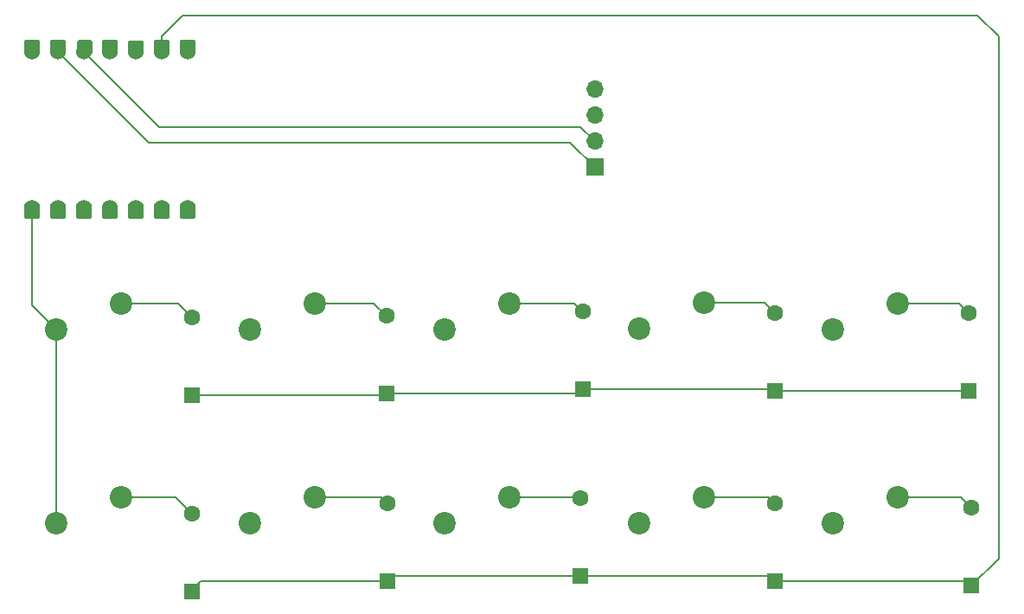
<source format=gbr>
%TF.GenerationSoftware,KiCad,Pcbnew,9.0.2*%
%TF.CreationDate,2025-07-08T09:46:19+02:00*%
%TF.ProjectId,Tastatur,54617374-6174-4757-922e-6b696361645f,rev?*%
%TF.SameCoordinates,Original*%
%TF.FileFunction,Copper,L1,Top*%
%TF.FilePolarity,Positive*%
%FSLAX46Y46*%
G04 Gerber Fmt 4.6, Leading zero omitted, Abs format (unit mm)*
G04 Created by KiCad (PCBNEW 9.0.2) date 2025-07-08 09:46:19*
%MOMM*%
%LPD*%
G01*
G04 APERTURE LIST*
G04 Aperture macros list*
%AMRoundRect*
0 Rectangle with rounded corners*
0 $1 Rounding radius*
0 $2 $3 $4 $5 $6 $7 $8 $9 X,Y pos of 4 corners*
0 Add a 4 corners polygon primitive as box body*
4,1,4,$2,$3,$4,$5,$6,$7,$8,$9,$2,$3,0*
0 Add four circle primitives for the rounded corners*
1,1,$1+$1,$2,$3*
1,1,$1+$1,$4,$5*
1,1,$1+$1,$6,$7*
1,1,$1+$1,$8,$9*
0 Add four rect primitives between the rounded corners*
20,1,$1+$1,$2,$3,$4,$5,0*
20,1,$1+$1,$4,$5,$6,$7,0*
20,1,$1+$1,$6,$7,$8,$9,0*
20,1,$1+$1,$8,$9,$2,$3,0*%
G04 Aperture macros list end*
%TA.AperFunction,ComponentPad*%
%ADD10C,2.200000*%
%TD*%
%TA.AperFunction,SMDPad,CuDef*%
%ADD11RoundRect,0.151100X-0.610900X0.604400X-0.610900X-0.604400X0.610900X-0.604400X0.610900X0.604400X0*%
%TD*%
%TA.AperFunction,ComponentPad*%
%ADD12C,1.524000*%
%TD*%
%TA.AperFunction,SMDPad,CuDef*%
%ADD13RoundRect,0.138050X-0.617950X0.552200X-0.617950X-0.552200X0.617950X-0.552200X0.617950X0.552200X0*%
%TD*%
%TA.AperFunction,SMDPad,CuDef*%
%ADD14RoundRect,0.151100X0.610900X-0.604400X0.610900X0.604400X-0.610900X0.604400X-0.610900X-0.604400X0*%
%TD*%
%TA.AperFunction,SMDPad,CuDef*%
%ADD15RoundRect,0.151100X0.644900X-0.604400X0.644900X0.604400X-0.644900X0.604400X-0.644900X-0.604400X0*%
%TD*%
%TA.AperFunction,SMDPad,CuDef*%
%ADD16RoundRect,0.138050X0.623950X-0.552200X0.623950X0.552200X-0.623950X0.552200X-0.623950X-0.552200X0*%
%TD*%
%TA.AperFunction,SMDPad,CuDef*%
%ADD17RoundRect,0.151100X0.604900X-0.604400X0.604900X0.604400X-0.604900X0.604400X-0.604900X-0.604400X0*%
%TD*%
%TA.AperFunction,SMDPad,CuDef*%
%ADD18RoundRect,0.147200X0.588800X-0.608300X0.588800X0.608300X-0.588800X0.608300X-0.588800X-0.608300X0*%
%TD*%
%TA.AperFunction,ComponentPad*%
%ADD19RoundRect,0.250000X0.550000X-0.550000X0.550000X0.550000X-0.550000X0.550000X-0.550000X-0.550000X0*%
%TD*%
%TA.AperFunction,ComponentPad*%
%ADD20C,1.600000*%
%TD*%
%TA.AperFunction,ComponentPad*%
%ADD21R,1.700000X1.700000*%
%TD*%
%TA.AperFunction,ComponentPad*%
%ADD22O,1.700000X1.700000*%
%TD*%
%TA.AperFunction,Conductor*%
%ADD23C,0.200000*%
%TD*%
G04 APERTURE END LIST*
D10*
%TO.P,SW5,1,1*%
%TO.N,Net-(D6-A)*%
X100000000Y-57000000D03*
%TO.P,SW5,2,2*%
%TO.N,COL3*%
X93650000Y-59540000D03*
%TD*%
D11*
%TO.P,U1,1,GPIO26/ADC0/A0*%
%TO.N,COL1*%
X53300000Y-47994500D03*
D12*
X53300000Y-47620000D03*
D11*
%TO.P,U1,2,GPIO27/ADC1/A1*%
%TO.N,COL2*%
X55840000Y-47994500D03*
D12*
X55840000Y-47620000D03*
D11*
%TO.P,U1,3,GPIO28/ADC2/A2*%
%TO.N,COL3*%
X58380000Y-47994500D03*
D12*
X58380000Y-47620000D03*
D13*
%TO.P,U1,4,GPIO29/ADC3/A3*%
%TO.N,COL4*%
X60926000Y-48059750D03*
D12*
X60920000Y-47620000D03*
D11*
%TO.P,U1,5,GPIO6/SDA*%
%TO.N,SDA*%
X63460000Y-47994500D03*
D12*
X63460000Y-47620000D03*
D11*
%TO.P,U1,6,GPIO7/SCL*%
%TO.N,SCl*%
X66000000Y-47994500D03*
D12*
X66000000Y-47620000D03*
D11*
%TO.P,U1,7,GPIO0/TX*%
%TO.N,COL5*%
X68540000Y-47994500D03*
D12*
X68540000Y-47620000D03*
%TO.P,U1,8,GPIO1/RX*%
%TO.N,unconnected-(U1-GPIO1{slash}RX-Pad8)*%
X68540000Y-32380000D03*
D14*
X68540000Y-32005500D03*
D12*
%TO.P,U1,9,GPIO2/SCK*%
%TO.N,ROW2*%
X66000000Y-32380000D03*
D15*
X65966000Y-32005500D03*
D12*
%TO.P,U1,10,GPIO4/MISO*%
%TO.N,ROW1*%
X63460000Y-32380000D03*
D16*
X63460000Y-31940250D03*
D12*
%TO.P,U1,11,GPIO3/MOSI*%
%TO.N,LED*%
X60920000Y-32380000D03*
D17*
X60926000Y-32005500D03*
D12*
%TO.P,U1,12,3V3*%
%TO.N,+3V3*%
X58380000Y-32380000D03*
D18*
X58406000Y-32005500D03*
D12*
%TO.P,U1,13,GND*%
%TO.N,GND*%
X55840000Y-32380000D03*
D14*
X55840000Y-32005500D03*
D12*
%TO.P,U1,14,VBUS*%
%TO.N,5V*%
X53300000Y-32380000D03*
D14*
X53300000Y-32005500D03*
%TD*%
D19*
%TO.P,D11,1,K*%
%TO.N,ROW2*%
X145210000Y-84680000D03*
D20*
%TO.P,D11,2,A*%
%TO.N,Net-(D11-A)*%
X145210000Y-77060000D03*
%TD*%
D19*
%TO.P,D2,1,K*%
%TO.N,ROW1*%
X68960000Y-65990000D03*
D20*
%TO.P,D2,2,A*%
%TO.N,Net-(D2-A)*%
X68960000Y-58370000D03*
%TD*%
D10*
%TO.P,SW1,1,1*%
%TO.N,Net-(D2-A)*%
X62000000Y-57040000D03*
%TO.P,SW1,2,2*%
%TO.N,COL1*%
X55650000Y-59580000D03*
%TD*%
D21*
%TO.P,J1,1,Pin_1*%
%TO.N,GND*%
X108385000Y-43695000D03*
D22*
%TO.P,J1,2,Pin_2*%
%TO.N,+3V3*%
X108385000Y-41155000D03*
%TO.P,J1,3,Pin_3*%
%TO.N,SCl*%
X108385000Y-38615000D03*
%TO.P,J1,4,Pin_4*%
%TO.N,SDA*%
X108385000Y-36075000D03*
%TD*%
D10*
%TO.P,SW7,1,1*%
%TO.N,Net-(D8-A)*%
X100040000Y-76040000D03*
%TO.P,SW7,2,2*%
%TO.N,COL3*%
X93690000Y-78580000D03*
%TD*%
D19*
%TO.P,D7,1,K*%
%TO.N,ROW1*%
X126000000Y-65620000D03*
D20*
%TO.P,D7,2,A*%
%TO.N,Net-(D7-A)*%
X126000000Y-58000000D03*
%TD*%
D19*
%TO.P,D9,1,K*%
%TO.N,ROW2*%
X126000000Y-84240000D03*
D20*
%TO.P,D9,2,A*%
%TO.N,Net-(D9-A)*%
X126000000Y-76620000D03*
%TD*%
D10*
%TO.P,SW2,1,1*%
%TO.N,Net-(D3-A)*%
X81000000Y-57040000D03*
%TO.P,SW2,2,2*%
%TO.N,COL2*%
X74650000Y-59580000D03*
%TD*%
%TO.P,SW9,1,1*%
%TO.N,Net-(D10-A)*%
X138040000Y-57040000D03*
%TO.P,SW9,2,2*%
%TO.N,COL5*%
X131690000Y-59580000D03*
%TD*%
%TO.P,SW4,1,1*%
%TO.N,Net-(D5-A)*%
X81000000Y-76000000D03*
%TO.P,SW4,2,2*%
%TO.N,COL2*%
X74650000Y-78540000D03*
%TD*%
%TO.P,SW6,1,1*%
%TO.N,Net-(D7-A)*%
X119040000Y-56980000D03*
%TO.P,SW6,2,2*%
%TO.N,COL4*%
X112690000Y-59520000D03*
%TD*%
%TO.P,SW3,1,1*%
%TO.N,Net-(D4-A)*%
X62000000Y-76000000D03*
%TO.P,SW3,2,2*%
%TO.N,COL1*%
X55650000Y-78540000D03*
%TD*%
%TO.P,SW8,1,1*%
%TO.N,Net-(D9-A)*%
X119040000Y-76040000D03*
%TO.P,SW8,2,2*%
%TO.N,COL4*%
X112690000Y-78580000D03*
%TD*%
D19*
%TO.P,D8,1,K*%
%TO.N,ROW2*%
X107000000Y-83740000D03*
D20*
%TO.P,D8,2,A*%
%TO.N,Net-(D8-A)*%
X107000000Y-76120000D03*
%TD*%
D10*
%TO.P,SW10,1,1*%
%TO.N,Net-(D11-A)*%
X138000000Y-76040000D03*
%TO.P,SW10,2,2*%
%TO.N,COL5*%
X131650000Y-78580000D03*
%TD*%
D19*
%TO.P,D5,1,K*%
%TO.N,ROW2*%
X88040000Y-84200000D03*
D20*
%TO.P,D5,2,A*%
%TO.N,Net-(D5-A)*%
X88040000Y-76580000D03*
%TD*%
D19*
%TO.P,D10,1,K*%
%TO.N,ROW1*%
X145000000Y-65620000D03*
D20*
%TO.P,D10,2,A*%
%TO.N,Net-(D10-A)*%
X145000000Y-58000000D03*
%TD*%
D19*
%TO.P,D4,1,K*%
%TO.N,ROW2*%
X68960000Y-85200000D03*
D20*
%TO.P,D4,2,A*%
%TO.N,Net-(D4-A)*%
X68960000Y-77580000D03*
%TD*%
D19*
%TO.P,D6,1,K*%
%TO.N,ROW1*%
X107210000Y-65450000D03*
D20*
%TO.P,D6,2,A*%
%TO.N,Net-(D6-A)*%
X107210000Y-57830000D03*
%TD*%
D19*
%TO.P,D3,1,K*%
%TO.N,ROW1*%
X87960000Y-65870000D03*
D20*
%TO.P,D3,2,A*%
%TO.N,Net-(D3-A)*%
X87960000Y-58250000D03*
%TD*%
D23*
%TO.N,GND*%
X108385000Y-43695000D02*
X105940000Y-41250000D01*
X105940000Y-41250000D02*
X64710000Y-41250000D01*
X64710000Y-41250000D02*
X55840000Y-32380000D01*
%TO.N,Net-(D2-A)*%
X62000000Y-57040000D02*
X67630000Y-57040000D01*
X67630000Y-57040000D02*
X68960000Y-58370000D01*
%TO.N,ROW1*%
X87960000Y-65870000D02*
X106790000Y-65870000D01*
X107210000Y-65450000D02*
X125830000Y-65450000D01*
X68960000Y-65990000D02*
X87840000Y-65990000D01*
X87840000Y-65990000D02*
X87960000Y-65870000D01*
X106790000Y-65870000D02*
X107210000Y-65450000D01*
X125830000Y-65450000D02*
X126000000Y-65620000D01*
X126000000Y-65620000D02*
X145000000Y-65620000D01*
%TO.N,Net-(D3-A)*%
X81000000Y-57040000D02*
X86750000Y-57040000D01*
X86750000Y-57040000D02*
X87960000Y-58250000D01*
%TO.N,Net-(D4-A)*%
X62000000Y-76000000D02*
X67380000Y-76000000D01*
X68960000Y-77960000D02*
X69000000Y-78000000D01*
X67380000Y-76000000D02*
X68960000Y-77580000D01*
%TO.N,ROW2*%
X88660000Y-83740000D02*
X107000000Y-83740000D01*
X145851000Y-28851000D02*
X68000000Y-28851000D01*
X147899000Y-30899000D02*
X145851000Y-28851000D01*
X107000000Y-83740000D02*
X125500000Y-83740000D01*
X144770000Y-84240000D02*
X145210000Y-84680000D01*
X88040000Y-84200000D02*
X88200000Y-84200000D01*
X88200000Y-84200000D02*
X88660000Y-83740000D01*
X125500000Y-83740000D02*
X126000000Y-84240000D01*
X69800000Y-84200000D02*
X88040000Y-84200000D01*
X68960000Y-85200000D02*
X68960000Y-85040000D01*
X68000000Y-28851000D02*
X66000000Y-30851000D01*
X147899000Y-81991000D02*
X147899000Y-30899000D01*
X66000000Y-30851000D02*
X66000000Y-32380000D01*
X68960000Y-85040000D02*
X69800000Y-84200000D01*
X145210000Y-84680000D02*
X147899000Y-81991000D01*
X126000000Y-84240000D02*
X144770000Y-84240000D01*
%TO.N,Net-(D5-A)*%
X87460000Y-76000000D02*
X88040000Y-76580000D01*
X81000000Y-76000000D02*
X87460000Y-76000000D01*
%TO.N,Net-(D6-A)*%
X106380000Y-57000000D02*
X107210000Y-57830000D01*
X100000000Y-57000000D02*
X106380000Y-57000000D01*
%TO.N,Net-(D7-A)*%
X124980000Y-56980000D02*
X126000000Y-58000000D01*
X119040000Y-56980000D02*
X124980000Y-56980000D01*
%TO.N,Net-(D8-A)*%
X106920000Y-76040000D02*
X107000000Y-76120000D01*
X100040000Y-76040000D02*
X106920000Y-76040000D01*
%TO.N,Net-(D9-A)*%
X125420000Y-76040000D02*
X126000000Y-76620000D01*
X119040000Y-76040000D02*
X125420000Y-76040000D01*
%TO.N,Net-(D10-A)*%
X138040000Y-57040000D02*
X144040000Y-57040000D01*
X144040000Y-57040000D02*
X145000000Y-58000000D01*
%TO.N,Net-(D11-A)*%
X144190000Y-76040000D02*
X145210000Y-77060000D01*
X138000000Y-76040000D02*
X144190000Y-76040000D01*
%TO.N,+3V3*%
X106980000Y-39750000D02*
X65750000Y-39750000D01*
X65750000Y-39750000D02*
X58380000Y-32380000D01*
X108385000Y-41155000D02*
X106980000Y-39750000D01*
%TO.N,COL1*%
X55650000Y-59580000D02*
X53300000Y-57230000D01*
X53300000Y-57230000D02*
X53300000Y-48455000D01*
X55650000Y-78540000D02*
X55650000Y-59580000D01*
%TD*%
M02*

</source>
